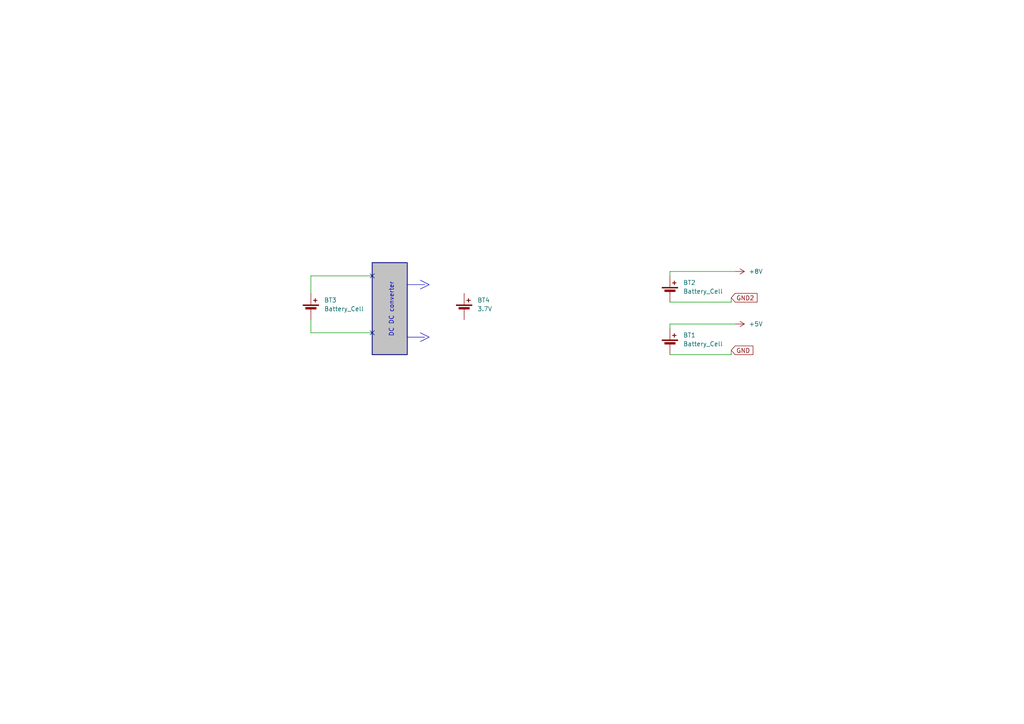
<source format=kicad_sch>
(kicad_sch (version 20230121) (generator eeschema)

  (uuid 73515488-b0ee-424c-9292-bf443906f318)

  (paper "A4")

  (lib_symbols
    (symbol "Battery_Cell_1" (pin_numbers hide) (pin_names (offset 0) hide) (in_bom yes) (on_board yes)
      (property "Reference" "BT1" (at 3.81 3.1115 0)
        (effects (font (size 1.27 1.27)) (justify left))
      )
      (property "Value" "Battery_Cell" (at 3.81 0.5715 0)
        (effects (font (size 1.27 1.27)) (justify left))
      )
      (property "Footprint" "" (at 0 1.524 90)
        (effects (font (size 1.27 1.27)) hide)
      )
      (property "Datasheet" "~" (at 0 1.524 90)
        (effects (font (size 1.27 1.27)) hide)
      )
      (property "ki_keywords" "battery cell" (at 0 0 0)
        (effects (font (size 1.27 1.27)) hide)
      )
      (property "ki_description" "Single-cell battery" (at 0 0 0)
        (effects (font (size 1.27 1.27)) hide)
      )
      (symbol "Battery_Cell_1_0_1"
        (rectangle (start -2.286 1.778) (end 2.286 1.524)
          (stroke (width 0) (type default))
          (fill (type outline))
        )
        (rectangle (start -1.524 1.016) (end 1.524 0.508)
          (stroke (width 0) (type default))
          (fill (type outline))
        )
        (polyline
          (pts
            (xy 0 0.762)
            (xy 0 0)
          )
          (stroke (width 0) (type default))
          (fill (type none))
        )
        (polyline
          (pts
            (xy 0 1.778)
            (xy 0 2.54)
          )
          (stroke (width 0) (type default))
          (fill (type none))
        )
        (polyline
          (pts
            (xy 0.762 3.048)
            (xy 1.778 3.048)
          )
          (stroke (width 0.254) (type default))
          (fill (type none))
        )
        (polyline
          (pts
            (xy 1.27 3.556)
            (xy 1.27 2.54)
          )
          (stroke (width 0.254) (type default))
          (fill (type none))
        )
      )
      (symbol "Battery_Cell_1_1_1"
        (pin power_out line (at 0 5.08 270) (length 2.54)
          (name "+" (effects (font (size 1.27 1.27))))
          (number "1" (effects (font (size 1.27 1.27))))
        )
        (pin power_out line (at 0 -2.54 90) (length 2.54)
          (name "-" (effects (font (size 1.27 1.27))))
          (number "2" (effects (font (size 1.27 1.27))))
        )
      )
    )
    (symbol "Battery_Cell_2" (pin_numbers hide) (pin_names (offset 0) hide) (in_bom yes) (on_board yes)
      (property "Reference" "BT2" (at 3.81 3.1115 0)
        (effects (font (size 1.27 1.27)) (justify left))
      )
      (property "Value" "Battery_Cell" (at 3.81 0.5715 0)
        (effects (font (size 1.27 1.27)) (justify left))
      )
      (property "Footprint" "" (at 0 1.524 90)
        (effects (font (size 1.27 1.27)) hide)
      )
      (property "Datasheet" "~" (at 0 1.524 90)
        (effects (font (size 1.27 1.27)) hide)
      )
      (property "ki_keywords" "battery cell" (at 0 0 0)
        (effects (font (size 1.27 1.27)) hide)
      )
      (property "ki_description" "Single-cell battery" (at 0 0 0)
        (effects (font (size 1.27 1.27)) hide)
      )
      (symbol "Battery_Cell_2_0_1"
        (rectangle (start -2.286 1.778) (end 2.286 1.524)
          (stroke (width 0) (type default))
          (fill (type outline))
        )
        (rectangle (start -1.524 1.016) (end 1.524 0.508)
          (stroke (width 0) (type default))
          (fill (type outline))
        )
        (polyline
          (pts
            (xy 0 0.762)
            (xy 0 0)
          )
          (stroke (width 0) (type default))
          (fill (type none))
        )
        (polyline
          (pts
            (xy 0 1.778)
            (xy 0 2.54)
          )
          (stroke (width 0) (type default))
          (fill (type none))
        )
        (polyline
          (pts
            (xy 0.762 3.048)
            (xy 1.778 3.048)
          )
          (stroke (width 0.254) (type default))
          (fill (type none))
        )
        (polyline
          (pts
            (xy 1.27 3.556)
            (xy 1.27 2.54)
          )
          (stroke (width 0.254) (type default))
          (fill (type none))
        )
      )
      (symbol "Battery_Cell_2_1_1"
        (pin power_out line (at 0 5.08 270) (length 2.54)
          (name "+" (effects (font (size 1.27 1.27))))
          (number "1" (effects (font (size 1.27 1.27))))
        )
        (pin power_out line (at 0 -2.54 90) (length 2.54)
          (name "-" (effects (font (size 1.27 1.27))))
          (number "2" (effects (font (size 1.27 1.27))))
        )
      )
    )
    (symbol "Device:Battery_Cell" (pin_numbers hide) (pin_names (offset 0) hide) (in_bom yes) (on_board yes)
      (property "Reference" "BT" (at 2.54 2.54 0)
        (effects (font (size 1.27 1.27)) (justify left))
      )
      (property "Value" "Battery_Cell" (at 2.54 0 0)
        (effects (font (size 1.27 1.27)) (justify left))
      )
      (property "Footprint" "" (at 0 1.524 90)
        (effects (font (size 1.27 1.27)) hide)
      )
      (property "Datasheet" "~" (at 0 1.524 90)
        (effects (font (size 1.27 1.27)) hide)
      )
      (property "ki_keywords" "battery cell" (at 0 0 0)
        (effects (font (size 1.27 1.27)) hide)
      )
      (property "ki_description" "Single-cell battery" (at 0 0 0)
        (effects (font (size 1.27 1.27)) hide)
      )
      (symbol "Battery_Cell_0_1"
        (rectangle (start -2.286 1.778) (end 2.286 1.524)
          (stroke (width 0) (type default))
          (fill (type outline))
        )
        (rectangle (start -1.524 1.016) (end 1.524 0.508)
          (stroke (width 0) (type default))
          (fill (type outline))
        )
        (polyline
          (pts
            (xy 0 0.762)
            (xy 0 0)
          )
          (stroke (width 0) (type default))
          (fill (type none))
        )
        (polyline
          (pts
            (xy 0 1.778)
            (xy 0 2.54)
          )
          (stroke (width 0) (type default))
          (fill (type none))
        )
        (polyline
          (pts
            (xy 0.762 3.048)
            (xy 1.778 3.048)
          )
          (stroke (width 0.254) (type default))
          (fill (type none))
        )
        (polyline
          (pts
            (xy 1.27 3.556)
            (xy 1.27 2.54)
          )
          (stroke (width 0.254) (type default))
          (fill (type none))
        )
      )
      (symbol "Battery_Cell_1_1"
        (pin passive line (at 0 5.08 270) (length 2.54)
          (name "+" (effects (font (size 1.27 1.27))))
          (number "1" (effects (font (size 1.27 1.27))))
        )
        (pin passive line (at 0 -2.54 90) (length 2.54)
          (name "-" (effects (font (size 1.27 1.27))))
          (number "2" (effects (font (size 1.27 1.27))))
        )
      )
    )
    (symbol "power:+5V" (power) (pin_names (offset 0)) (in_bom yes) (on_board yes)
      (property "Reference" "#PWR" (at 0 -3.81 0)
        (effects (font (size 1.27 1.27)) hide)
      )
      (property "Value" "+5V" (at 0 3.556 0)
        (effects (font (size 1.27 1.27)))
      )
      (property "Footprint" "" (at 0 0 0)
        (effects (font (size 1.27 1.27)) hide)
      )
      (property "Datasheet" "" (at 0 0 0)
        (effects (font (size 1.27 1.27)) hide)
      )
      (property "ki_keywords" "global power" (at 0 0 0)
        (effects (font (size 1.27 1.27)) hide)
      )
      (property "ki_description" "Power symbol creates a global label with name \"+5V\"" (at 0 0 0)
        (effects (font (size 1.27 1.27)) hide)
      )
      (symbol "+5V_0_1"
        (polyline
          (pts
            (xy -0.762 1.27)
            (xy 0 2.54)
          )
          (stroke (width 0) (type default))
          (fill (type none))
        )
        (polyline
          (pts
            (xy 0 0)
            (xy 0 2.54)
          )
          (stroke (width 0) (type default))
          (fill (type none))
        )
        (polyline
          (pts
            (xy 0 2.54)
            (xy 0.762 1.27)
          )
          (stroke (width 0) (type default))
          (fill (type none))
        )
      )
      (symbol "+5V_1_1"
        (pin power_in line (at 0 0 90) (length 0) hide
          (name "+5V" (effects (font (size 1.27 1.27))))
          (number "1" (effects (font (size 1.27 1.27))))
        )
      )
    )
    (symbol "power:+8V" (power) (pin_names (offset 0)) (in_bom yes) (on_board yes)
      (property "Reference" "#PWR" (at 0 -3.81 0)
        (effects (font (size 1.27 1.27)) hide)
      )
      (property "Value" "+8V" (at 0 3.556 0)
        (effects (font (size 1.27 1.27)))
      )
      (property "Footprint" "" (at 0 0 0)
        (effects (font (size 1.27 1.27)) hide)
      )
      (property "Datasheet" "" (at 0 0 0)
        (effects (font (size 1.27 1.27)) hide)
      )
      (property "ki_keywords" "global power" (at 0 0 0)
        (effects (font (size 1.27 1.27)) hide)
      )
      (property "ki_description" "Power symbol creates a global label with name \"+8V\"" (at 0 0 0)
        (effects (font (size 1.27 1.27)) hide)
      )
      (symbol "+8V_0_1"
        (polyline
          (pts
            (xy -0.762 1.27)
            (xy 0 2.54)
          )
          (stroke (width 0) (type default))
          (fill (type none))
        )
        (polyline
          (pts
            (xy 0 0)
            (xy 0 2.54)
          )
          (stroke (width 0) (type default))
          (fill (type none))
        )
        (polyline
          (pts
            (xy 0 2.54)
            (xy 0.762 1.27)
          )
          (stroke (width 0) (type default))
          (fill (type none))
        )
      )
      (symbol "+8V_1_1"
        (pin power_in line (at 0 0 90) (length 0) hide
          (name "+8V" (effects (font (size 1.27 1.27))))
          (number "1" (effects (font (size 1.27 1.27))))
        )
      )
    )
  )


  (no_connect (at 107.95 96.52) (uuid 2ff2b5cc-0bf7-4a69-a84d-b31ecb79e418))
  (no_connect (at 107.95 80.01) (uuid e0b75852-c919-487f-95db-fac0ef18884e))

  (wire (pts (xy 194.31 95.25) (xy 194.31 93.98))
    (stroke (width 0) (type default))
    (uuid 06c0e23e-fff4-474a-97e8-323127d6bddd)
  )
  (wire (pts (xy 90.17 92.71) (xy 90.17 96.52))
    (stroke (width 0) (type default))
    (uuid 31a92161-37ef-49e1-a226-92ad14e1c37c)
  )
  (wire (pts (xy 194.31 80.01) (xy 194.31 78.74))
    (stroke (width 0) (type default))
    (uuid 340383dd-2ca6-4e3a-bf14-47e3b7c71f5a)
  )
  (wire (pts (xy 212.09 101.6) (xy 212.09 102.87))
    (stroke (width 0) (type default))
    (uuid 35cb2f1e-5262-4ccc-84c9-9c0ff16beb21)
  )
  (wire (pts (xy 212.09 87.63) (xy 212.09 86.36))
    (stroke (width 0) (type default))
    (uuid 3c691d47-86ab-49c4-92b6-103b6a1092d0)
  )
  (wire (pts (xy 90.17 80.01) (xy 107.95 80.01))
    (stroke (width 0) (type default))
    (uuid 3eb5baff-54fc-4cdd-a8fc-7f98e01123ce)
  )
  (polyline (pts (xy 121.92 81.28) (xy 124.46 82.55))
    (stroke (width 0) (type default))
    (uuid 471d26ab-d2c5-4185-a76b-bfd42a486f8c)
  )
  (polyline (pts (xy 121.92 83.82) (xy 124.46 82.55))
    (stroke (width 0) (type default))
    (uuid 4d75f002-54ae-4d2b-b777-99c41d948951)
  )
  (polyline (pts (xy 123.19 97.79) (xy 118.11 97.79))
    (stroke (width 0) (type default))
    (uuid 561ccfd2-335d-49b6-8f5f-1fb57dd9232e)
  )
  (polyline (pts (xy 118.11 97.79) (xy 118.11 82.55))
    (stroke (width 0) (type default))
    (uuid 61a5e34c-32f0-400d-977d-2796e6233949)
  )

  (wire (pts (xy 90.17 85.09) (xy 90.17 80.01))
    (stroke (width 0) (type default))
    (uuid ab56ebc0-caef-4d4c-a994-abfd3fda858b)
  )
  (wire (pts (xy 194.31 87.63) (xy 212.09 87.63))
    (stroke (width 0) (type default))
    (uuid b0cf49c8-5a92-4a38-b623-a6307c671d58)
  )
  (polyline (pts (xy 121.92 96.52) (xy 124.46 97.79))
    (stroke (width 0) (type default))
    (uuid bbbc0fae-8889-4dfa-9b29-52d0430efee2)
  )

  (wire (pts (xy 194.31 78.74) (xy 213.36 78.74))
    (stroke (width 0) (type default))
    (uuid bc5bc35a-7907-4494-adfa-65aa1db428ab)
  )
  (polyline (pts (xy 118.11 82.55) (xy 123.19 82.55))
    (stroke (width 0) (type default))
    (uuid c654ce8e-7175-4c20-9f4b-ccaeca121f8c)
  )

  (wire (pts (xy 194.31 93.98) (xy 213.36 93.98))
    (stroke (width 0) (type default))
    (uuid d23ed504-90aa-457c-bd01-c35c8afe3698)
  )
  (polyline (pts (xy 121.92 99.06) (xy 124.46 97.79))
    (stroke (width 0) (type default))
    (uuid f1c8e369-5435-4975-b7d7-4c3dfb9ffd27)
  )

  (wire (pts (xy 90.17 96.52) (xy 107.95 96.52))
    (stroke (width 0) (type default))
    (uuid f7601e35-77c4-4df9-a47e-04a55c9078e9)
  )
  (wire (pts (xy 212.09 102.87) (xy 194.31 102.87))
    (stroke (width 0) (type default))
    (uuid fceb7f1c-8dd3-490f-b27c-74bffc853272)
  )

  (rectangle (start 107.95 76.2) (end 118.11 102.87)
    (stroke (width 0.254) (type default) (color 0 0 132 1))
    (fill (type color) (color 194 194 194 1))
    (uuid 3428d28d-e812-48e7-9673-7265eab0c80c)
  )

  (text "DC DC converter" (at 114.3 97.79 90)
    (effects (font (size 1.27 1.27)) (justify left bottom))
    (uuid 1eb61c04-4782-458c-a003-34ed1a61dd42)
  )

  (global_label "GND" (shape input) (at 212.09 101.6 0) (fields_autoplaced)
    (effects (font (size 1.27 1.27)) (justify left))
    (uuid 2beaac7f-5952-4904-91ed-dd904fd80e0c)
    (property "Intersheetrefs" "${INTERSHEET_REFS}" (at 218.9457 101.6 0)
      (effects (font (size 1.27 1.27)) (justify left))
    )
  )
  (global_label "GND2" (shape input) (at 212.09 86.36 0) (fields_autoplaced)
    (effects (font (size 1.27 1.27)) (justify left))
    (uuid 7895ce5c-3648-42c7-bf58-37752b8b7ee7)
    (property "Intersheetrefs" "${INTERSHEET_REFS}" (at 220.1552 86.36 0)
      (effects (font (size 1.27 1.27)) (justify left))
    )
  )

  (symbol (lib_name "Battery_Cell_2") (lib_id "Device:Battery_Cell") (at 194.31 85.09 0) (unit 1)
    (in_bom yes) (on_board yes) (dnp no) (fields_autoplaced)
    (uuid 32b66830-dae5-4177-8a9c-16514e0088f0)
    (property "Reference" "BT2" (at 198.12 81.9785 0)
      (effects (font (size 1.27 1.27)) (justify left))
    )
    (property "Value" "Battery_Cell" (at 198.12 84.5185 0)
      (effects (font (size 1.27 1.27)) (justify left))
    )
    (property "Footprint" "" (at 194.31 83.566 90)
      (effects (font (size 1.27 1.27)) hide)
    )
    (property "Datasheet" "~" (at 194.31 83.566 90)
      (effects (font (size 1.27 1.27)) hide)
    )
    (pin "2" (uuid e8738a6f-3c6d-4974-b87a-aa72e4097942))
    (pin "1" (uuid db1d3fc3-a359-43a2-a0c4-95245b91e89d))
    (instances
      (project "KaCat1-2 wiring"
        (path "/5d2fc9f9-e9c7-40c5-b3fa-7f2393597598/1895b68d-d5c3-4643-b128-5d57dfb30c32"
          (reference "BT2") (unit 1)
        )
      )
    )
  )

  (symbol (lib_id "power:+8V") (at 213.36 78.74 270) (unit 1)
    (in_bom yes) (on_board yes) (dnp no) (fields_autoplaced)
    (uuid 5a2f8e94-e6e8-4045-a621-413bf58525ab)
    (property "Reference" "#PWR018" (at 209.55 78.74 0)
      (effects (font (size 1.27 1.27)) hide)
    )
    (property "Value" "+8V" (at 217.17 78.74 90)
      (effects (font (size 1.27 1.27)) (justify left))
    )
    (property "Footprint" "" (at 213.36 78.74 0)
      (effects (font (size 1.27 1.27)) hide)
    )
    (property "Datasheet" "" (at 213.36 78.74 0)
      (effects (font (size 1.27 1.27)) hide)
    )
    (pin "1" (uuid 0e09737b-c837-4853-8a5f-97c7c9dbcaef))
    (instances
      (project "KaCat1-2 wiring"
        (path "/5d2fc9f9-e9c7-40c5-b3fa-7f2393597598/1895b68d-d5c3-4643-b128-5d57dfb30c32"
          (reference "#PWR018") (unit 1)
        )
      )
    )
  )

  (symbol (lib_id "power:+5V") (at 213.36 93.98 270) (unit 1)
    (in_bom yes) (on_board yes) (dnp no) (fields_autoplaced)
    (uuid 6410ebd5-f72f-46ec-98ec-e02cbf39e8c3)
    (property "Reference" "#PWR019" (at 209.55 93.98 0)
      (effects (font (size 1.27 1.27)) hide)
    )
    (property "Value" "+5V" (at 217.17 93.98 90)
      (effects (font (size 1.27 1.27)) (justify left))
    )
    (property "Footprint" "" (at 213.36 93.98 0)
      (effects (font (size 1.27 1.27)) hide)
    )
    (property "Datasheet" "" (at 213.36 93.98 0)
      (effects (font (size 1.27 1.27)) hide)
    )
    (pin "1" (uuid 29fa16f1-f517-46f8-bf76-eda8b7297cb1))
    (instances
      (project "KaCat1-2 wiring"
        (path "/5d2fc9f9-e9c7-40c5-b3fa-7f2393597598/1895b68d-d5c3-4643-b128-5d57dfb30c32"
          (reference "#PWR019") (unit 1)
        )
      )
    )
  )

  (symbol (lib_id "Device:Battery_Cell") (at 134.62 90.17 0) (unit 1)
    (in_bom yes) (on_board yes) (dnp no) (fields_autoplaced)
    (uuid 7635327e-a859-408e-9c85-366e3b619952)
    (property "Reference" "BT4" (at 138.43 87.0585 0)
      (effects (font (size 1.27 1.27)) (justify left))
    )
    (property "Value" "3.7V" (at 138.43 89.5985 0)
      (effects (font (size 1.27 1.27)) (justify left))
    )
    (property "Footprint" "" (at 134.62 88.646 90)
      (effects (font (size 1.27 1.27)) hide)
    )
    (property "Datasheet" "~" (at 134.62 88.646 90)
      (effects (font (size 1.27 1.27)) hide)
    )
    (pin "2" (uuid 1efae9fc-2aec-4acb-85c6-2ebf8ad83c8f))
    (pin "1" (uuid d6a4ecc9-fe48-4f8e-aa10-4a8dded12de4))
    (instances
      (project "KaCat1-2 wiring"
        (path "/5d2fc9f9-e9c7-40c5-b3fa-7f2393597598/1895b68d-d5c3-4643-b128-5d57dfb30c32"
          (reference "BT4") (unit 1)
        )
      )
    )
  )

  (symbol (lib_id "Device:Battery_Cell") (at 90.17 90.17 0) (unit 1)
    (in_bom yes) (on_board yes) (dnp no) (fields_autoplaced)
    (uuid bd116580-635b-4f74-8d43-d9fd5b8afcb9)
    (property "Reference" "BT3" (at 93.98 87.0585 0)
      (effects (font (size 1.27 1.27)) (justify left))
    )
    (property "Value" "Battery_Cell" (at 93.98 89.5985 0)
      (effects (font (size 1.27 1.27)) (justify left))
    )
    (property "Footprint" "" (at 90.17 88.646 90)
      (effects (font (size 1.27 1.27)) hide)
    )
    (property "Datasheet" "~" (at 90.17 88.646 90)
      (effects (font (size 1.27 1.27)) hide)
    )
    (pin "2" (uuid 5dffb559-5378-4a13-afd0-93a14da59c47))
    (pin "1" (uuid e8f41e5a-7e44-4b6e-b43f-7c3c46d0b079))
    (instances
      (project "KaCat1-2 wiring"
        (path "/5d2fc9f9-e9c7-40c5-b3fa-7f2393597598/1895b68d-d5c3-4643-b128-5d57dfb30c32"
          (reference "BT3") (unit 1)
        )
      )
    )
  )

  (symbol (lib_name "Battery_Cell_1") (lib_id "Device:Battery_Cell") (at 194.31 100.33 0) (unit 1)
    (in_bom yes) (on_board yes) (dnp no) (fields_autoplaced)
    (uuid cf04b026-3456-4a9f-9c01-86028d378a28)
    (property "Reference" "BT1" (at 198.12 97.2185 0)
      (effects (font (size 1.27 1.27)) (justify left))
    )
    (property "Value" "Battery_Cell" (at 198.12 99.7585 0)
      (effects (font (size 1.27 1.27)) (justify left))
    )
    (property "Footprint" "" (at 194.31 98.806 90)
      (effects (font (size 1.27 1.27)) hide)
    )
    (property "Datasheet" "~" (at 194.31 98.806 90)
      (effects (font (size 1.27 1.27)) hide)
    )
    (pin "2" (uuid e8738a6f-3c6d-4974-b87a-aa72e4097943))
    (pin "1" (uuid db1d3fc3-a359-43a2-a0c4-95245b91e89e))
    (instances
      (project "KaCat1-2 wiring"
        (path "/5d2fc9f9-e9c7-40c5-b3fa-7f2393597598/1895b68d-d5c3-4643-b128-5d57dfb30c32"
          (reference "BT1") (unit 1)
        )
      )
    )
  )
)

</source>
